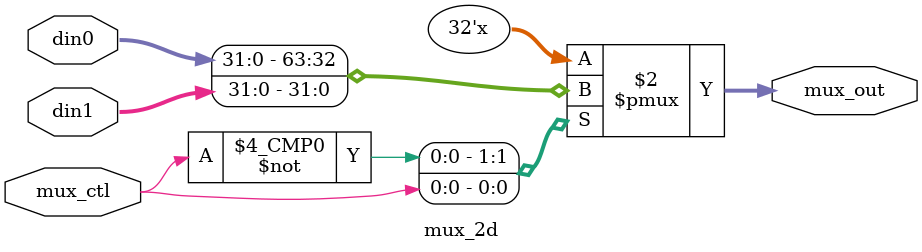
<source format=v>
module  mux_2d#(parameter w = 32)(mux_out, mux_ctl, din0, din1);
    input mux_ctl;
    input [w-1:0] din0, din1;

    output reg[w-1:0] mux_out;

    always @ (mux_ctl or din0 or din1)
    begin
        case(mux_ctl ) 
            1'b0 : mux_out = din0;
            1'b1 : mux_out = din1;
        endcase 
    end

endmodule
</source>
